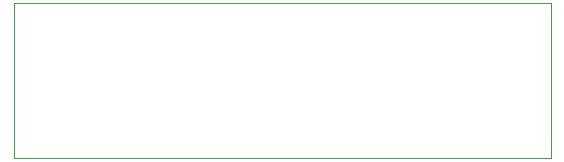
<source format=gko>
G04*
G04 #@! TF.GenerationSoftware,Altium Limited,Altium Designer,21.6.1 (37)*
G04*
G04 Layer_Color=16711935*
%FSLAX25Y25*%
%MOIN*%
G70*
G04*
G04 #@! TF.SameCoordinates,932B326A-3B8A-432E-9049-F9347913D85E*
G04*
G04*
G04 #@! TF.FilePolarity,Positive*
G04*
G01*
G75*
%ADD40C,0.00100*%
G54D40*
X91000Y152500D02*
X270000D01*
Y101000D02*
Y152500D01*
X91000Y101000D02*
X270000D01*
X91000D02*
Y152500D01*
M02*

</source>
